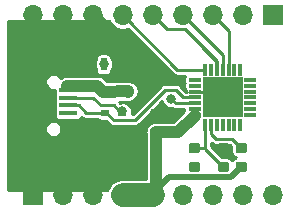
<source format=gbr>
G04 #@! TF.GenerationSoftware,KiCad,Pcbnew,(5.0.2)-1*
G04 #@! TF.CreationDate,2019-10-04T12:42:43+03:00*
G04 #@! TF.ProjectId,Micro-USB-UART,4d696372-6f2d-4555-9342-2d554152542e,rev?*
G04 #@! TF.SameCoordinates,Original*
G04 #@! TF.FileFunction,Copper,L1,Top*
G04 #@! TF.FilePolarity,Positive*
%FSLAX46Y46*%
G04 Gerber Fmt 4.6, Leading zero omitted, Abs format (unit mm)*
G04 Created by KiCad (PCBNEW (5.0.2)-1) date 04.10.2019 12:42:43*
%MOMM*%
%LPD*%
G01*
G04 APERTURE LIST*
G04 #@! TA.AperFunction,Conductor*
%ADD10C,0.100000*%
G04 #@! TD*
G04 #@! TA.AperFunction,SMDPad,CuDef*
%ADD11C,0.875000*%
G04 #@! TD*
G04 #@! TA.AperFunction,SMDPad,CuDef*
%ADD12R,0.500000X1.075000*%
G04 #@! TD*
G04 #@! TA.AperFunction,SMDPad,CuDef*
%ADD13R,0.800000X0.600000*%
G04 #@! TD*
G04 #@! TA.AperFunction,SMDPad,CuDef*
%ADD14R,1.000000X0.300000*%
G04 #@! TD*
G04 #@! TA.AperFunction,SMDPad,CuDef*
%ADD15R,0.300000X1.000000*%
G04 #@! TD*
G04 #@! TA.AperFunction,SMDPad,CuDef*
%ADD16R,3.350000X3.350000*%
G04 #@! TD*
G04 #@! TA.AperFunction,SMDPad,CuDef*
%ADD17R,1.500000X0.400000*%
G04 #@! TD*
G04 #@! TA.AperFunction,SMDPad,CuDef*
%ADD18R,1.400000X1.400000*%
G04 #@! TD*
G04 #@! TA.AperFunction,SMDPad,CuDef*
%ADD19R,1.000000X1.000000*%
G04 #@! TD*
G04 #@! TA.AperFunction,ComponentPad*
%ADD20R,1.700000X1.700000*%
G04 #@! TD*
G04 #@! TA.AperFunction,ComponentPad*
%ADD21O,1.700000X1.700000*%
G04 #@! TD*
G04 #@! TA.AperFunction,ViaPad*
%ADD22C,0.800000*%
G04 #@! TD*
G04 #@! TA.AperFunction,Conductor*
%ADD23C,0.250000*%
G04 #@! TD*
G04 #@! TA.AperFunction,Conductor*
%ADD24C,1.000000*%
G04 #@! TD*
G04 #@! TA.AperFunction,Conductor*
%ADD25C,0.508000*%
G04 #@! TD*
G04 #@! TA.AperFunction,Conductor*
%ADD26C,2.000000*%
G04 #@! TD*
G04 #@! TA.AperFunction,Conductor*
%ADD27C,0.254000*%
G04 #@! TD*
G04 APERTURE END LIST*
D10*
G04 #@! TO.N,GND*
G04 #@! TO.C,C1*
G36*
X87653691Y-114422153D02*
X87674926Y-114425303D01*
X87695750Y-114430519D01*
X87715962Y-114437751D01*
X87735368Y-114446930D01*
X87753781Y-114457966D01*
X87771024Y-114470754D01*
X87786930Y-114485170D01*
X87801346Y-114501076D01*
X87814134Y-114518319D01*
X87825170Y-114536732D01*
X87834349Y-114556138D01*
X87841581Y-114576350D01*
X87846797Y-114597174D01*
X87849947Y-114618409D01*
X87851000Y-114639850D01*
X87851000Y-115077350D01*
X87849947Y-115098791D01*
X87846797Y-115120026D01*
X87841581Y-115140850D01*
X87834349Y-115161062D01*
X87825170Y-115180468D01*
X87814134Y-115198881D01*
X87801346Y-115216124D01*
X87786930Y-115232030D01*
X87771024Y-115246446D01*
X87753781Y-115259234D01*
X87735368Y-115270270D01*
X87715962Y-115279449D01*
X87695750Y-115286681D01*
X87674926Y-115291897D01*
X87653691Y-115295047D01*
X87632250Y-115296100D01*
X87119750Y-115296100D01*
X87098309Y-115295047D01*
X87077074Y-115291897D01*
X87056250Y-115286681D01*
X87036038Y-115279449D01*
X87016632Y-115270270D01*
X86998219Y-115259234D01*
X86980976Y-115246446D01*
X86965070Y-115232030D01*
X86950654Y-115216124D01*
X86937866Y-115198881D01*
X86926830Y-115180468D01*
X86917651Y-115161062D01*
X86910419Y-115140850D01*
X86905203Y-115120026D01*
X86902053Y-115098791D01*
X86901000Y-115077350D01*
X86901000Y-114639850D01*
X86902053Y-114618409D01*
X86905203Y-114597174D01*
X86910419Y-114576350D01*
X86917651Y-114556138D01*
X86926830Y-114536732D01*
X86937866Y-114518319D01*
X86950654Y-114501076D01*
X86965070Y-114485170D01*
X86980976Y-114470754D01*
X86998219Y-114457966D01*
X87016632Y-114446930D01*
X87036038Y-114437751D01*
X87056250Y-114430519D01*
X87077074Y-114425303D01*
X87098309Y-114422153D01*
X87119750Y-114421100D01*
X87632250Y-114421100D01*
X87653691Y-114422153D01*
X87653691Y-114422153D01*
G37*
D11*
G04 #@! TD*
G04 #@! TO.P,C1,2*
G04 #@! TO.N,GND*
X87376000Y-114858600D03*
D10*
G04 #@! TO.N,+3.3V*
G04 #@! TO.C,C1*
G36*
X87653691Y-115997153D02*
X87674926Y-116000303D01*
X87695750Y-116005519D01*
X87715962Y-116012751D01*
X87735368Y-116021930D01*
X87753781Y-116032966D01*
X87771024Y-116045754D01*
X87786930Y-116060170D01*
X87801346Y-116076076D01*
X87814134Y-116093319D01*
X87825170Y-116111732D01*
X87834349Y-116131138D01*
X87841581Y-116151350D01*
X87846797Y-116172174D01*
X87849947Y-116193409D01*
X87851000Y-116214850D01*
X87851000Y-116652350D01*
X87849947Y-116673791D01*
X87846797Y-116695026D01*
X87841581Y-116715850D01*
X87834349Y-116736062D01*
X87825170Y-116755468D01*
X87814134Y-116773881D01*
X87801346Y-116791124D01*
X87786930Y-116807030D01*
X87771024Y-116821446D01*
X87753781Y-116834234D01*
X87735368Y-116845270D01*
X87715962Y-116854449D01*
X87695750Y-116861681D01*
X87674926Y-116866897D01*
X87653691Y-116870047D01*
X87632250Y-116871100D01*
X87119750Y-116871100D01*
X87098309Y-116870047D01*
X87077074Y-116866897D01*
X87056250Y-116861681D01*
X87036038Y-116854449D01*
X87016632Y-116845270D01*
X86998219Y-116834234D01*
X86980976Y-116821446D01*
X86965070Y-116807030D01*
X86950654Y-116791124D01*
X86937866Y-116773881D01*
X86926830Y-116755468D01*
X86917651Y-116736062D01*
X86910419Y-116715850D01*
X86905203Y-116695026D01*
X86902053Y-116673791D01*
X86901000Y-116652350D01*
X86901000Y-116214850D01*
X86902053Y-116193409D01*
X86905203Y-116172174D01*
X86910419Y-116151350D01*
X86917651Y-116131138D01*
X86926830Y-116111732D01*
X86937866Y-116093319D01*
X86950654Y-116076076D01*
X86965070Y-116060170D01*
X86980976Y-116045754D01*
X86998219Y-116032966D01*
X87016632Y-116021930D01*
X87036038Y-116012751D01*
X87056250Y-116005519D01*
X87077074Y-116000303D01*
X87098309Y-115997153D01*
X87119750Y-115996100D01*
X87632250Y-115996100D01*
X87653691Y-115997153D01*
X87653691Y-115997153D01*
G37*
D11*
G04 #@! TD*
G04 #@! TO.P,C1,1*
G04 #@! TO.N,+3.3V*
X87376000Y-116433600D03*
D10*
G04 #@! TO.N,+3.3V*
G04 #@! TO.C,C2*
G36*
X86129691Y-115997153D02*
X86150926Y-116000303D01*
X86171750Y-116005519D01*
X86191962Y-116012751D01*
X86211368Y-116021930D01*
X86229781Y-116032966D01*
X86247024Y-116045754D01*
X86262930Y-116060170D01*
X86277346Y-116076076D01*
X86290134Y-116093319D01*
X86301170Y-116111732D01*
X86310349Y-116131138D01*
X86317581Y-116151350D01*
X86322797Y-116172174D01*
X86325947Y-116193409D01*
X86327000Y-116214850D01*
X86327000Y-116652350D01*
X86325947Y-116673791D01*
X86322797Y-116695026D01*
X86317581Y-116715850D01*
X86310349Y-116736062D01*
X86301170Y-116755468D01*
X86290134Y-116773881D01*
X86277346Y-116791124D01*
X86262930Y-116807030D01*
X86247024Y-116821446D01*
X86229781Y-116834234D01*
X86211368Y-116845270D01*
X86191962Y-116854449D01*
X86171750Y-116861681D01*
X86150926Y-116866897D01*
X86129691Y-116870047D01*
X86108250Y-116871100D01*
X85595750Y-116871100D01*
X85574309Y-116870047D01*
X85553074Y-116866897D01*
X85532250Y-116861681D01*
X85512038Y-116854449D01*
X85492632Y-116845270D01*
X85474219Y-116834234D01*
X85456976Y-116821446D01*
X85441070Y-116807030D01*
X85426654Y-116791124D01*
X85413866Y-116773881D01*
X85402830Y-116755468D01*
X85393651Y-116736062D01*
X85386419Y-116715850D01*
X85381203Y-116695026D01*
X85378053Y-116673791D01*
X85377000Y-116652350D01*
X85377000Y-116214850D01*
X85378053Y-116193409D01*
X85381203Y-116172174D01*
X85386419Y-116151350D01*
X85393651Y-116131138D01*
X85402830Y-116111732D01*
X85413866Y-116093319D01*
X85426654Y-116076076D01*
X85441070Y-116060170D01*
X85456976Y-116045754D01*
X85474219Y-116032966D01*
X85492632Y-116021930D01*
X85512038Y-116012751D01*
X85532250Y-116005519D01*
X85553074Y-116000303D01*
X85574309Y-115997153D01*
X85595750Y-115996100D01*
X86108250Y-115996100D01*
X86129691Y-115997153D01*
X86129691Y-115997153D01*
G37*
D11*
G04 #@! TD*
G04 #@! TO.P,C2,1*
G04 #@! TO.N,+3.3V*
X85852000Y-116433600D03*
D10*
G04 #@! TO.N,GND*
G04 #@! TO.C,C2*
G36*
X86129691Y-114422153D02*
X86150926Y-114425303D01*
X86171750Y-114430519D01*
X86191962Y-114437751D01*
X86211368Y-114446930D01*
X86229781Y-114457966D01*
X86247024Y-114470754D01*
X86262930Y-114485170D01*
X86277346Y-114501076D01*
X86290134Y-114518319D01*
X86301170Y-114536732D01*
X86310349Y-114556138D01*
X86317581Y-114576350D01*
X86322797Y-114597174D01*
X86325947Y-114618409D01*
X86327000Y-114639850D01*
X86327000Y-115077350D01*
X86325947Y-115098791D01*
X86322797Y-115120026D01*
X86317581Y-115140850D01*
X86310349Y-115161062D01*
X86301170Y-115180468D01*
X86290134Y-115198881D01*
X86277346Y-115216124D01*
X86262930Y-115232030D01*
X86247024Y-115246446D01*
X86229781Y-115259234D01*
X86211368Y-115270270D01*
X86191962Y-115279449D01*
X86171750Y-115286681D01*
X86150926Y-115291897D01*
X86129691Y-115295047D01*
X86108250Y-115296100D01*
X85595750Y-115296100D01*
X85574309Y-115295047D01*
X85553074Y-115291897D01*
X85532250Y-115286681D01*
X85512038Y-115279449D01*
X85492632Y-115270270D01*
X85474219Y-115259234D01*
X85456976Y-115246446D01*
X85441070Y-115232030D01*
X85426654Y-115216124D01*
X85413866Y-115198881D01*
X85402830Y-115180468D01*
X85393651Y-115161062D01*
X85386419Y-115140850D01*
X85381203Y-115120026D01*
X85378053Y-115098791D01*
X85377000Y-115077350D01*
X85377000Y-114639850D01*
X85378053Y-114618409D01*
X85381203Y-114597174D01*
X85386419Y-114576350D01*
X85393651Y-114556138D01*
X85402830Y-114536732D01*
X85413866Y-114518319D01*
X85426654Y-114501076D01*
X85441070Y-114485170D01*
X85456976Y-114470754D01*
X85474219Y-114457966D01*
X85492632Y-114446930D01*
X85512038Y-114437751D01*
X85532250Y-114430519D01*
X85553074Y-114425303D01*
X85574309Y-114422153D01*
X85595750Y-114421100D01*
X86108250Y-114421100D01*
X86129691Y-114422153D01*
X86129691Y-114422153D01*
G37*
D11*
G04 #@! TD*
G04 #@! TO.P,C2,2*
G04 #@! TO.N,GND*
X85852000Y-114858600D03*
D12*
G04 #@! TO.P,D1,1*
G04 #@! TO.N,EXT_5V*
X81407000Y-110661500D03*
G04 #@! TO.P,D1,2*
G04 #@! TO.N,VBUS*
X81407000Y-112985500D03*
G04 #@! TD*
D13*
G04 #@! TO.P,D2,1*
G04 #@! TO.N,VBUS*
X83502500Y-112991000D03*
G04 #@! TO.P,D2,2*
G04 #@! TO.N,GND*
X83502500Y-111291000D03*
G04 #@! TD*
G04 #@! TO.P,D3,2*
G04 #@! TO.N,GND*
X81534000Y-116466100D03*
G04 #@! TO.P,D3,1*
G04 #@! TO.N,USB_DP*
X81534000Y-114766100D03*
G04 #@! TD*
G04 #@! TO.P,D4,1*
G04 #@! TO.N,USB_DN*
X82994500Y-114766100D03*
G04 #@! TO.P,D4,2*
G04 #@! TO.N,GND*
X82994500Y-116466100D03*
G04 #@! TD*
D14*
G04 #@! TO.P,IC1,1*
G04 #@! TO.N,N/C*
X89140800Y-111987200D03*
G04 #@! TO.P,IC1,2*
X89140800Y-112487200D03*
G04 #@! TO.P,IC1,3*
G04 #@! TO.N,GND*
X89140800Y-112987200D03*
G04 #@! TO.P,IC1,4*
G04 #@! TO.N,USB_DP*
X89140800Y-113487200D03*
G04 #@! TO.P,IC1,5*
G04 #@! TO.N,USB_DN*
X89140800Y-113987200D03*
G04 #@! TO.P,IC1,6*
G04 #@! TO.N,+3.3V*
X89140800Y-114487200D03*
G04 #@! TO.P,IC1,7*
X89140800Y-114987200D03*
D15*
G04 #@! TO.P,IC1,8*
G04 #@! TO.N,Net-(IC1-Pad8)*
X89990800Y-115837200D03*
G04 #@! TO.P,IC1,9*
G04 #@! TO.N,Net-(IC1-Pad9)*
X90490800Y-115837200D03*
G04 #@! TO.P,IC1,10*
G04 #@! TO.N,N/C*
X90990800Y-115837200D03*
G04 #@! TO.P,IC1,11*
X91490800Y-115837200D03*
G04 #@! TO.P,IC1,12*
X91990800Y-115837200D03*
G04 #@! TO.P,IC1,13*
X92490800Y-115837200D03*
G04 #@! TO.P,IC1,14*
X92990800Y-115837200D03*
D14*
G04 #@! TO.P,IC1,15*
X93840800Y-114987200D03*
G04 #@! TO.P,IC1,16*
X93840800Y-114487200D03*
G04 #@! TO.P,IC1,17*
X93840800Y-113987200D03*
G04 #@! TO.P,IC1,18*
X93840800Y-113487200D03*
G04 #@! TO.P,IC1,19*
X93840800Y-112987200D03*
G04 #@! TO.P,IC1,20*
X93840800Y-112487200D03*
G04 #@! TO.P,IC1,21*
X93840800Y-111987200D03*
D15*
G04 #@! TO.P,IC1,22*
X92990800Y-111137200D03*
G04 #@! TO.P,IC1,23*
X92490800Y-111137200D03*
G04 #@! TO.P,IC1,24*
G04 #@! TO.N,RTS*
X91990800Y-111137200D03*
G04 #@! TO.P,IC1,25*
G04 #@! TO.N,IO1*
X91490800Y-111137200D03*
G04 #@! TO.P,IC1,26*
G04 #@! TO.N,IO3*
X90990800Y-111137200D03*
G04 #@! TO.P,IC1,27*
G04 #@! TO.N,N/C*
X90490800Y-111137200D03*
G04 #@! TO.P,IC1,28*
G04 #@! TO.N,DTR*
X89990800Y-111137200D03*
D16*
G04 #@! TO.P,IC1,29*
G04 #@! TO.N,GND*
X91490800Y-113487200D03*
G04 #@! TD*
D10*
G04 #@! TO.N,Net-(IC1-Pad8)*
G04 #@! TO.C,R1*
G36*
X89380891Y-117343253D02*
X89402126Y-117346403D01*
X89422950Y-117351619D01*
X89443162Y-117358851D01*
X89462568Y-117368030D01*
X89480981Y-117379066D01*
X89498224Y-117391854D01*
X89514130Y-117406270D01*
X89528546Y-117422176D01*
X89541334Y-117439419D01*
X89552370Y-117457832D01*
X89561549Y-117477238D01*
X89568781Y-117497450D01*
X89573997Y-117518274D01*
X89577147Y-117539509D01*
X89578200Y-117560950D01*
X89578200Y-117998450D01*
X89577147Y-118019891D01*
X89573997Y-118041126D01*
X89568781Y-118061950D01*
X89561549Y-118082162D01*
X89552370Y-118101568D01*
X89541334Y-118119981D01*
X89528546Y-118137224D01*
X89514130Y-118153130D01*
X89498224Y-118167546D01*
X89480981Y-118180334D01*
X89462568Y-118191370D01*
X89443162Y-118200549D01*
X89422950Y-118207781D01*
X89402126Y-118212997D01*
X89380891Y-118216147D01*
X89359450Y-118217200D01*
X88846950Y-118217200D01*
X88825509Y-118216147D01*
X88804274Y-118212997D01*
X88783450Y-118207781D01*
X88763238Y-118200549D01*
X88743832Y-118191370D01*
X88725419Y-118180334D01*
X88708176Y-118167546D01*
X88692270Y-118153130D01*
X88677854Y-118137224D01*
X88665066Y-118119981D01*
X88654030Y-118101568D01*
X88644851Y-118082162D01*
X88637619Y-118061950D01*
X88632403Y-118041126D01*
X88629253Y-118019891D01*
X88628200Y-117998450D01*
X88628200Y-117560950D01*
X88629253Y-117539509D01*
X88632403Y-117518274D01*
X88637619Y-117497450D01*
X88644851Y-117477238D01*
X88654030Y-117457832D01*
X88665066Y-117439419D01*
X88677854Y-117422176D01*
X88692270Y-117406270D01*
X88708176Y-117391854D01*
X88725419Y-117379066D01*
X88743832Y-117368030D01*
X88763238Y-117358851D01*
X88783450Y-117351619D01*
X88804274Y-117346403D01*
X88825509Y-117343253D01*
X88846950Y-117342200D01*
X89359450Y-117342200D01*
X89380891Y-117343253D01*
X89380891Y-117343253D01*
G37*
D11*
G04 #@! TD*
G04 #@! TO.P,R1,1*
G04 #@! TO.N,Net-(IC1-Pad8)*
X89103200Y-117779700D03*
D10*
G04 #@! TO.N,EXT_5V*
G04 #@! TO.C,R1*
G36*
X89380891Y-118918253D02*
X89402126Y-118921403D01*
X89422950Y-118926619D01*
X89443162Y-118933851D01*
X89462568Y-118943030D01*
X89480981Y-118954066D01*
X89498224Y-118966854D01*
X89514130Y-118981270D01*
X89528546Y-118997176D01*
X89541334Y-119014419D01*
X89552370Y-119032832D01*
X89561549Y-119052238D01*
X89568781Y-119072450D01*
X89573997Y-119093274D01*
X89577147Y-119114509D01*
X89578200Y-119135950D01*
X89578200Y-119573450D01*
X89577147Y-119594891D01*
X89573997Y-119616126D01*
X89568781Y-119636950D01*
X89561549Y-119657162D01*
X89552370Y-119676568D01*
X89541334Y-119694981D01*
X89528546Y-119712224D01*
X89514130Y-119728130D01*
X89498224Y-119742546D01*
X89480981Y-119755334D01*
X89462568Y-119766370D01*
X89443162Y-119775549D01*
X89422950Y-119782781D01*
X89402126Y-119787997D01*
X89380891Y-119791147D01*
X89359450Y-119792200D01*
X88846950Y-119792200D01*
X88825509Y-119791147D01*
X88804274Y-119787997D01*
X88783450Y-119782781D01*
X88763238Y-119775549D01*
X88743832Y-119766370D01*
X88725419Y-119755334D01*
X88708176Y-119742546D01*
X88692270Y-119728130D01*
X88677854Y-119712224D01*
X88665066Y-119694981D01*
X88654030Y-119676568D01*
X88644851Y-119657162D01*
X88637619Y-119636950D01*
X88632403Y-119616126D01*
X88629253Y-119594891D01*
X88628200Y-119573450D01*
X88628200Y-119135950D01*
X88629253Y-119114509D01*
X88632403Y-119093274D01*
X88637619Y-119072450D01*
X88644851Y-119052238D01*
X88654030Y-119032832D01*
X88665066Y-119014419D01*
X88677854Y-118997176D01*
X88692270Y-118981270D01*
X88708176Y-118966854D01*
X88725419Y-118954066D01*
X88743832Y-118943030D01*
X88763238Y-118933851D01*
X88783450Y-118926619D01*
X88804274Y-118921403D01*
X88825509Y-118918253D01*
X88846950Y-118917200D01*
X89359450Y-118917200D01*
X89380891Y-118918253D01*
X89380891Y-118918253D01*
G37*
D11*
G04 #@! TD*
G04 #@! TO.P,R1,2*
G04 #@! TO.N,EXT_5V*
X89103200Y-119354700D03*
D10*
G04 #@! TO.N,Net-(IC1-Pad9)*
G04 #@! TO.C,R2*
G36*
X93343291Y-117343253D02*
X93364526Y-117346403D01*
X93385350Y-117351619D01*
X93405562Y-117358851D01*
X93424968Y-117368030D01*
X93443381Y-117379066D01*
X93460624Y-117391854D01*
X93476530Y-117406270D01*
X93490946Y-117422176D01*
X93503734Y-117439419D01*
X93514770Y-117457832D01*
X93523949Y-117477238D01*
X93531181Y-117497450D01*
X93536397Y-117518274D01*
X93539547Y-117539509D01*
X93540600Y-117560950D01*
X93540600Y-117998450D01*
X93539547Y-118019891D01*
X93536397Y-118041126D01*
X93531181Y-118061950D01*
X93523949Y-118082162D01*
X93514770Y-118101568D01*
X93503734Y-118119981D01*
X93490946Y-118137224D01*
X93476530Y-118153130D01*
X93460624Y-118167546D01*
X93443381Y-118180334D01*
X93424968Y-118191370D01*
X93405562Y-118200549D01*
X93385350Y-118207781D01*
X93364526Y-118212997D01*
X93343291Y-118216147D01*
X93321850Y-118217200D01*
X92809350Y-118217200D01*
X92787909Y-118216147D01*
X92766674Y-118212997D01*
X92745850Y-118207781D01*
X92725638Y-118200549D01*
X92706232Y-118191370D01*
X92687819Y-118180334D01*
X92670576Y-118167546D01*
X92654670Y-118153130D01*
X92640254Y-118137224D01*
X92627466Y-118119981D01*
X92616430Y-118101568D01*
X92607251Y-118082162D01*
X92600019Y-118061950D01*
X92594803Y-118041126D01*
X92591653Y-118019891D01*
X92590600Y-117998450D01*
X92590600Y-117560950D01*
X92591653Y-117539509D01*
X92594803Y-117518274D01*
X92600019Y-117497450D01*
X92607251Y-117477238D01*
X92616430Y-117457832D01*
X92627466Y-117439419D01*
X92640254Y-117422176D01*
X92654670Y-117406270D01*
X92670576Y-117391854D01*
X92687819Y-117379066D01*
X92706232Y-117368030D01*
X92725638Y-117358851D01*
X92745850Y-117351619D01*
X92766674Y-117346403D01*
X92787909Y-117343253D01*
X92809350Y-117342200D01*
X93321850Y-117342200D01*
X93343291Y-117343253D01*
X93343291Y-117343253D01*
G37*
D11*
G04 #@! TD*
G04 #@! TO.P,R2,1*
G04 #@! TO.N,Net-(IC1-Pad9)*
X93065600Y-117779700D03*
D10*
G04 #@! TO.N,+3.3V*
G04 #@! TO.C,R2*
G36*
X93343291Y-118918253D02*
X93364526Y-118921403D01*
X93385350Y-118926619D01*
X93405562Y-118933851D01*
X93424968Y-118943030D01*
X93443381Y-118954066D01*
X93460624Y-118966854D01*
X93476530Y-118981270D01*
X93490946Y-118997176D01*
X93503734Y-119014419D01*
X93514770Y-119032832D01*
X93523949Y-119052238D01*
X93531181Y-119072450D01*
X93536397Y-119093274D01*
X93539547Y-119114509D01*
X93540600Y-119135950D01*
X93540600Y-119573450D01*
X93539547Y-119594891D01*
X93536397Y-119616126D01*
X93531181Y-119636950D01*
X93523949Y-119657162D01*
X93514770Y-119676568D01*
X93503734Y-119694981D01*
X93490946Y-119712224D01*
X93476530Y-119728130D01*
X93460624Y-119742546D01*
X93443381Y-119755334D01*
X93424968Y-119766370D01*
X93405562Y-119775549D01*
X93385350Y-119782781D01*
X93364526Y-119787997D01*
X93343291Y-119791147D01*
X93321850Y-119792200D01*
X92809350Y-119792200D01*
X92787909Y-119791147D01*
X92766674Y-119787997D01*
X92745850Y-119782781D01*
X92725638Y-119775549D01*
X92706232Y-119766370D01*
X92687819Y-119755334D01*
X92670576Y-119742546D01*
X92654670Y-119728130D01*
X92640254Y-119712224D01*
X92627466Y-119694981D01*
X92616430Y-119676568D01*
X92607251Y-119657162D01*
X92600019Y-119636950D01*
X92594803Y-119616126D01*
X92591653Y-119594891D01*
X92590600Y-119573450D01*
X92590600Y-119135950D01*
X92591653Y-119114509D01*
X92594803Y-119093274D01*
X92600019Y-119072450D01*
X92607251Y-119052238D01*
X92616430Y-119032832D01*
X92627466Y-119014419D01*
X92640254Y-118997176D01*
X92654670Y-118981270D01*
X92670576Y-118966854D01*
X92687819Y-118954066D01*
X92706232Y-118943030D01*
X92725638Y-118933851D01*
X92745850Y-118926619D01*
X92766674Y-118921403D01*
X92787909Y-118918253D01*
X92809350Y-118917200D01*
X93321850Y-118917200D01*
X93343291Y-118918253D01*
X93343291Y-118918253D01*
G37*
D11*
G04 #@! TD*
G04 #@! TO.P,R2,2*
G04 #@! TO.N,+3.3V*
X93065600Y-119354700D03*
D10*
G04 #@! TO.N,Net-(IC1-Pad8)*
G04 #@! TO.C,R3*
G36*
X91819291Y-118918253D02*
X91840526Y-118921403D01*
X91861350Y-118926619D01*
X91881562Y-118933851D01*
X91900968Y-118943030D01*
X91919381Y-118954066D01*
X91936624Y-118966854D01*
X91952530Y-118981270D01*
X91966946Y-118997176D01*
X91979734Y-119014419D01*
X91990770Y-119032832D01*
X91999949Y-119052238D01*
X92007181Y-119072450D01*
X92012397Y-119093274D01*
X92015547Y-119114509D01*
X92016600Y-119135950D01*
X92016600Y-119573450D01*
X92015547Y-119594891D01*
X92012397Y-119616126D01*
X92007181Y-119636950D01*
X91999949Y-119657162D01*
X91990770Y-119676568D01*
X91979734Y-119694981D01*
X91966946Y-119712224D01*
X91952530Y-119728130D01*
X91936624Y-119742546D01*
X91919381Y-119755334D01*
X91900968Y-119766370D01*
X91881562Y-119775549D01*
X91861350Y-119782781D01*
X91840526Y-119787997D01*
X91819291Y-119791147D01*
X91797850Y-119792200D01*
X91285350Y-119792200D01*
X91263909Y-119791147D01*
X91242674Y-119787997D01*
X91221850Y-119782781D01*
X91201638Y-119775549D01*
X91182232Y-119766370D01*
X91163819Y-119755334D01*
X91146576Y-119742546D01*
X91130670Y-119728130D01*
X91116254Y-119712224D01*
X91103466Y-119694981D01*
X91092430Y-119676568D01*
X91083251Y-119657162D01*
X91076019Y-119636950D01*
X91070803Y-119616126D01*
X91067653Y-119594891D01*
X91066600Y-119573450D01*
X91066600Y-119135950D01*
X91067653Y-119114509D01*
X91070803Y-119093274D01*
X91076019Y-119072450D01*
X91083251Y-119052238D01*
X91092430Y-119032832D01*
X91103466Y-119014419D01*
X91116254Y-118997176D01*
X91130670Y-118981270D01*
X91146576Y-118966854D01*
X91163819Y-118954066D01*
X91182232Y-118943030D01*
X91201638Y-118933851D01*
X91221850Y-118926619D01*
X91242674Y-118921403D01*
X91263909Y-118918253D01*
X91285350Y-118917200D01*
X91797850Y-118917200D01*
X91819291Y-118918253D01*
X91819291Y-118918253D01*
G37*
D11*
G04 #@! TD*
G04 #@! TO.P,R3,2*
G04 #@! TO.N,Net-(IC1-Pad8)*
X91541600Y-119354700D03*
D10*
G04 #@! TO.N,GND*
G04 #@! TO.C,R3*
G36*
X91819291Y-117343253D02*
X91840526Y-117346403D01*
X91861350Y-117351619D01*
X91881562Y-117358851D01*
X91900968Y-117368030D01*
X91919381Y-117379066D01*
X91936624Y-117391854D01*
X91952530Y-117406270D01*
X91966946Y-117422176D01*
X91979734Y-117439419D01*
X91990770Y-117457832D01*
X91999949Y-117477238D01*
X92007181Y-117497450D01*
X92012397Y-117518274D01*
X92015547Y-117539509D01*
X92016600Y-117560950D01*
X92016600Y-117998450D01*
X92015547Y-118019891D01*
X92012397Y-118041126D01*
X92007181Y-118061950D01*
X91999949Y-118082162D01*
X91990770Y-118101568D01*
X91979734Y-118119981D01*
X91966946Y-118137224D01*
X91952530Y-118153130D01*
X91936624Y-118167546D01*
X91919381Y-118180334D01*
X91900968Y-118191370D01*
X91881562Y-118200549D01*
X91861350Y-118207781D01*
X91840526Y-118212997D01*
X91819291Y-118216147D01*
X91797850Y-118217200D01*
X91285350Y-118217200D01*
X91263909Y-118216147D01*
X91242674Y-118212997D01*
X91221850Y-118207781D01*
X91201638Y-118200549D01*
X91182232Y-118191370D01*
X91163819Y-118180334D01*
X91146576Y-118167546D01*
X91130670Y-118153130D01*
X91116254Y-118137224D01*
X91103466Y-118119981D01*
X91092430Y-118101568D01*
X91083251Y-118082162D01*
X91076019Y-118061950D01*
X91070803Y-118041126D01*
X91067653Y-118019891D01*
X91066600Y-117998450D01*
X91066600Y-117560950D01*
X91067653Y-117539509D01*
X91070803Y-117518274D01*
X91076019Y-117497450D01*
X91083251Y-117477238D01*
X91092430Y-117457832D01*
X91103466Y-117439419D01*
X91116254Y-117422176D01*
X91130670Y-117406270D01*
X91146576Y-117391854D01*
X91163819Y-117379066D01*
X91182232Y-117368030D01*
X91201638Y-117358851D01*
X91221850Y-117351619D01*
X91242674Y-117346403D01*
X91263909Y-117343253D01*
X91285350Y-117342200D01*
X91797850Y-117342200D01*
X91819291Y-117343253D01*
X91819291Y-117343253D01*
G37*
D11*
G04 #@! TD*
G04 #@! TO.P,R3,1*
G04 #@! TO.N,GND*
X91541600Y-117779700D03*
D17*
G04 #@! TO.P,USB1,1*
G04 #@! TO.N,VBUS*
X78408500Y-112853950D03*
G04 #@! TO.P,USB1,2*
G04 #@! TO.N,USB_DN*
X78408500Y-113503950D03*
G04 #@! TO.P,USB1,3*
G04 #@! TO.N,USB_DP*
X78408500Y-114153950D03*
G04 #@! TO.P,USB1,4*
G04 #@! TO.N,N/C*
X78408500Y-114803950D03*
G04 #@! TO.P,USB1,5*
G04 #@! TO.N,GND*
X78408500Y-115453950D03*
D18*
G04 #@! TO.P,USB1,6*
X77708500Y-110903950D03*
X77708500Y-117403950D03*
X75008500Y-110103950D03*
X75008500Y-118203950D03*
D19*
X73808500Y-112653950D03*
X73808500Y-115678950D03*
G04 #@! TD*
D20*
G04 #@! TO.P,J1,1*
G04 #@! TO.N,GND*
X95758000Y-106527600D03*
D21*
G04 #@! TO.P,J1,2*
X93218000Y-106527600D03*
G04 #@! TO.P,J1,3*
G04 #@! TO.N,RTS*
X90678000Y-106527600D03*
G04 #@! TO.P,J1,4*
G04 #@! TO.N,IO1*
X88138000Y-106527600D03*
G04 #@! TO.P,J1,5*
G04 #@! TO.N,IO3*
X85598000Y-106527600D03*
G04 #@! TO.P,J1,6*
G04 #@! TO.N,DTR*
X83058000Y-106527600D03*
G04 #@! TO.P,J1,7*
G04 #@! TO.N,GND*
X80518000Y-106527600D03*
G04 #@! TO.P,J1,8*
X77978000Y-106527600D03*
G04 #@! TO.P,J1,9*
X75438000Y-106527600D03*
G04 #@! TD*
G04 #@! TO.P,J2,9*
G04 #@! TO.N,GND*
X95758000Y-121754900D03*
G04 #@! TO.P,J2,8*
X93218000Y-121754900D03*
G04 #@! TO.P,J2,7*
G04 #@! TO.N,VBUS*
X90678000Y-121754900D03*
G04 #@! TO.P,J2,6*
G04 #@! TO.N,EXT_5V*
X88138000Y-121754900D03*
G04 #@! TO.P,J2,5*
G04 #@! TO.N,+3.3V*
X85598000Y-121754900D03*
G04 #@! TO.P,J2,4*
X83058000Y-121754900D03*
G04 #@! TO.P,J2,3*
G04 #@! TO.N,GND*
X80518000Y-121754900D03*
G04 #@! TO.P,J2,2*
X77978000Y-121754900D03*
D20*
G04 #@! TO.P,J2,1*
X75438000Y-121754900D03*
G04 #@! TD*
D22*
G04 #@! TO.N,GND*
X87376000Y-114858800D03*
X91541600Y-117805200D03*
X90474800Y-112471200D03*
X92557600Y-112471200D03*
X92506800Y-114503200D03*
X90474800Y-114452400D03*
X83502500Y-111252000D03*
G04 #@! TO.N,EXT_5V*
X89103200Y-119380000D03*
X81432400Y-110642400D03*
G04 #@! TO.N,VBUS*
X83464400Y-112979200D03*
G04 #@! TO.N,USB_DN*
X83007200Y-114666091D03*
X87122000Y-113588800D03*
G04 #@! TD*
D23*
G04 #@! TO.N,GND*
X90990800Y-112987200D02*
X91490800Y-113487200D01*
X89140800Y-112987200D02*
X90990800Y-112987200D01*
D24*
X83502500Y-111291000D02*
X83502500Y-111252000D01*
X83502500Y-109512100D02*
X83502500Y-111252000D01*
X80518000Y-106527600D02*
X83502500Y-109512100D01*
X83502500Y-111252000D02*
X83502500Y-110045500D01*
G04 #@! TO.N,+3.3V*
X87694400Y-116433600D02*
X89115799Y-115012201D01*
X85852000Y-116433600D02*
X87694400Y-116433600D01*
D23*
X89140800Y-114487200D02*
X89140800Y-114987200D01*
D24*
X85852000Y-121361200D02*
X85598000Y-121615200D01*
X85852000Y-116433600D02*
X85852000Y-120040400D01*
X85852000Y-120040400D02*
X85852000Y-121361200D01*
D25*
X86447999Y-120765201D02*
X85598000Y-121615200D01*
X86966990Y-120246210D02*
X86447999Y-120765201D01*
X92174090Y-120246210D02*
X86966990Y-120246210D01*
X93065600Y-119354700D02*
X92174090Y-120246210D01*
D26*
X83058000Y-121754900D02*
X85598000Y-121754900D01*
D24*
G04 #@! TO.N,VBUS*
X81412500Y-112991000D02*
X81407000Y-112985500D01*
X83502500Y-112991000D02*
X83464400Y-112979200D01*
X83464400Y-112979200D02*
X81412500Y-112991000D01*
X81407000Y-112985500D02*
X81337100Y-112985500D01*
X81337100Y-112985500D02*
X80873600Y-112522000D01*
X80873600Y-112522000D02*
X78333600Y-112522000D01*
D23*
G04 #@! TO.N,USB_DP*
X81396850Y-114903250D02*
X81534000Y-114766100D01*
X81534000Y-114766100D02*
X81634000Y-114766100D01*
X81634000Y-114766100D02*
X82259001Y-115391101D01*
X88161990Y-113487200D02*
X88390800Y-113487200D01*
X88390800Y-113487200D02*
X89140800Y-113487200D01*
X87501590Y-112826800D02*
X88161990Y-113487200D01*
X86639805Y-112826800D02*
X87501590Y-112826800D01*
X84075504Y-115391101D02*
X86639805Y-112826800D01*
X82259001Y-115391101D02*
X84075504Y-115391101D01*
X79293502Y-114153950D02*
X78408500Y-114153950D01*
X79905652Y-114766100D02*
X79293502Y-114153950D01*
X81534000Y-114766100D02*
X79905652Y-114766100D01*
G04 #@! TO.N,USB_DN*
X82894500Y-114766100D02*
X82994500Y-114766100D01*
X82269499Y-114141099D02*
X82894500Y-114766100D01*
X89140800Y-113987200D02*
X87571200Y-113987200D01*
X87521999Y-113988799D02*
X87122000Y-113588800D01*
X87569601Y-113988799D02*
X87521999Y-113988799D01*
X87571200Y-113987200D02*
X87569601Y-113988799D01*
X81190097Y-114141099D02*
X82269499Y-114141099D01*
X80552948Y-113503950D02*
X81190097Y-114141099D01*
X78408500Y-113503950D02*
X80552948Y-113503950D01*
G04 #@! TO.N,Net-(IC1-Pad8)*
X89990800Y-117752900D02*
X90017600Y-117779700D01*
X89990800Y-115837200D02*
X89990800Y-117752900D01*
X90017600Y-117830700D02*
X91541600Y-119354700D01*
X90017600Y-117779700D02*
X90017600Y-117830700D01*
X90017600Y-117779700D02*
X89103200Y-117779700D01*
G04 #@! TO.N,Net-(IC1-Pad9)*
X92603988Y-117318088D02*
X93065600Y-117779700D01*
X92303090Y-117017190D02*
X92603988Y-117318088D01*
X90920790Y-117017190D02*
X92303090Y-117017190D01*
X90490800Y-116587200D02*
X90920790Y-117017190D01*
X90490800Y-115837200D02*
X90490800Y-116587200D01*
G04 #@! TO.N,RTS*
X91990800Y-111137200D02*
X91990800Y-108373800D01*
X91990800Y-107840400D02*
X90976410Y-106826010D01*
X91990800Y-111137200D02*
X91990800Y-107840400D01*
G04 #@! TO.N,IO1*
X91490800Y-111137200D02*
X91490800Y-110265787D01*
X91490800Y-109880400D02*
X88436410Y-106826010D01*
X91490800Y-111137200D02*
X91490800Y-109880400D01*
G04 #@! TO.N,IO3*
X90965801Y-110377199D02*
X89777103Y-109188501D01*
X90990800Y-111137200D02*
X90965801Y-111112201D01*
X90965801Y-111112201D02*
X90965801Y-110377199D01*
X86773001Y-107702601D02*
X85896410Y-106826010D01*
X88306201Y-107702601D02*
X86773001Y-107702601D01*
X90990800Y-110387200D02*
X88306201Y-107702601D01*
X90990800Y-111137200D02*
X90990800Y-110387200D01*
G04 #@! TO.N,DTR*
X87667600Y-111137200D02*
X83356410Y-106826010D01*
X89990800Y-111137200D02*
X87667600Y-111137200D01*
G04 #@! TD*
D27*
G04 #@! TO.N,GND*
G36*
X81898424Y-107007912D02*
X82170499Y-107415101D01*
X82577688Y-107687176D01*
X82936761Y-107758600D01*
X83179239Y-107758600D01*
X83508012Y-107693203D01*
X87274563Y-111459755D01*
X87302794Y-111502006D01*
X87470169Y-111613841D01*
X87617765Y-111643200D01*
X87667599Y-111653113D01*
X87717433Y-111643200D01*
X88312202Y-111643200D01*
X88281906Y-111688541D01*
X88252336Y-111837200D01*
X88252336Y-112137200D01*
X88272227Y-112237200D01*
X88252336Y-112337200D01*
X88252336Y-112637200D01*
X88281906Y-112785859D01*
X88366114Y-112911886D01*
X88469850Y-112981200D01*
X88371582Y-112981200D01*
X87894628Y-112504247D01*
X87866396Y-112461994D01*
X87699021Y-112350159D01*
X87551425Y-112320800D01*
X87551424Y-112320800D01*
X87501590Y-112310887D01*
X87451756Y-112320800D01*
X86689638Y-112320800D01*
X86639804Y-112310887D01*
X86589970Y-112320800D01*
X86442374Y-112350159D01*
X86274999Y-112461994D01*
X86246768Y-112504245D01*
X83865913Y-114885101D01*
X83782964Y-114885101D01*
X83782964Y-114834083D01*
X83788200Y-114821442D01*
X83788200Y-114510740D01*
X83782964Y-114498099D01*
X83782964Y-114466100D01*
X83753394Y-114317441D01*
X83669186Y-114191414D01*
X83572262Y-114126652D01*
X83449601Y-114003991D01*
X83162551Y-113885091D01*
X82851849Y-113885091D01*
X82765040Y-113921049D01*
X82708552Y-113864561D01*
X83350044Y-113860872D01*
X83585342Y-113885430D01*
X83921319Y-113785643D01*
X84193535Y-113564879D01*
X84360548Y-113256747D01*
X84396930Y-112908158D01*
X84297143Y-112572180D01*
X84207356Y-112461467D01*
X84177186Y-112416314D01*
X84163110Y-112406909D01*
X84076379Y-112299964D01*
X83846023Y-112175108D01*
X83844904Y-112174761D01*
X83803371Y-112147354D01*
X83678823Y-112123324D01*
X83642158Y-112111968D01*
X83593818Y-112106923D01*
X83546099Y-112097716D01*
X83507716Y-112097937D01*
X83381558Y-112084770D01*
X83333860Y-112098937D01*
X81833287Y-112107566D01*
X81805659Y-112089106D01*
X81657071Y-112059550D01*
X81557917Y-111960396D01*
X81508765Y-111886835D01*
X81217349Y-111692117D01*
X80960367Y-111641000D01*
X80960363Y-111641000D01*
X80873600Y-111623742D01*
X80786837Y-111641000D01*
X78246833Y-111641000D01*
X77989851Y-111692117D01*
X77766209Y-111841550D01*
X77735824Y-111768194D01*
X77544256Y-111576626D01*
X77293959Y-111472950D01*
X77023041Y-111472950D01*
X76772744Y-111576626D01*
X76581176Y-111768194D01*
X76477500Y-112018491D01*
X76477500Y-112289409D01*
X76581176Y-112539706D01*
X76772744Y-112731274D01*
X77023041Y-112834950D01*
X77270036Y-112834950D01*
X77270036Y-113053950D01*
X77294900Y-113178950D01*
X77270036Y-113303950D01*
X77270036Y-113703950D01*
X77294900Y-113828950D01*
X77270036Y-113953950D01*
X77270036Y-114353950D01*
X77294900Y-114478950D01*
X77270036Y-114603950D01*
X77270036Y-115003950D01*
X77299606Y-115152609D01*
X77383814Y-115278636D01*
X77509841Y-115362844D01*
X77658500Y-115392414D01*
X79158500Y-115392414D01*
X79307159Y-115362844D01*
X79433186Y-115278636D01*
X79517394Y-115152609D01*
X79526101Y-115108838D01*
X79540846Y-115130906D01*
X79627104Y-115188541D01*
X79708220Y-115242741D01*
X79905652Y-115282013D01*
X79955487Y-115272100D01*
X80813420Y-115272100D01*
X80859314Y-115340786D01*
X80985341Y-115424994D01*
X81134000Y-115454564D01*
X81606872Y-115454564D01*
X81865964Y-115713656D01*
X81894195Y-115755907D01*
X82061570Y-115867742D01*
X82209166Y-115897101D01*
X82209167Y-115897101D01*
X82259001Y-115907014D01*
X82308835Y-115897101D01*
X84025670Y-115897101D01*
X84075504Y-115907014D01*
X84125338Y-115897101D01*
X84125339Y-115897101D01*
X84272935Y-115867742D01*
X84440310Y-115755907D01*
X84468543Y-115713653D01*
X86369424Y-113812773D01*
X86459900Y-114031201D01*
X86679599Y-114250900D01*
X86966649Y-114369800D01*
X87181431Y-114369800D01*
X87324568Y-114465440D01*
X87472164Y-114494799D01*
X87521998Y-114504712D01*
X87545800Y-114499977D01*
X87569601Y-114504712D01*
X87619435Y-114494799D01*
X87619436Y-114494799D01*
X87627475Y-114493200D01*
X88252336Y-114493200D01*
X88252336Y-114629742D01*
X87329479Y-115552600D01*
X85938767Y-115552600D01*
X85852000Y-115535341D01*
X85765233Y-115552600D01*
X85508251Y-115603717D01*
X85462811Y-115634079D01*
X85363379Y-115653857D01*
X85166385Y-115785485D01*
X85034757Y-115982479D01*
X84988536Y-116214850D01*
X84988536Y-116258674D01*
X84953741Y-116433600D01*
X84971000Y-116520367D01*
X84971001Y-119953629D01*
X84971000Y-119953634D01*
X84971000Y-120373900D01*
X82921986Y-120373900D01*
X82519161Y-120454027D01*
X82062355Y-120759255D01*
X81757127Y-121216061D01*
X81740649Y-121298900D01*
X73354000Y-121298900D01*
X73354000Y-116018491D01*
X76477500Y-116018491D01*
X76477500Y-116289409D01*
X76581176Y-116539706D01*
X76772744Y-116731274D01*
X77023041Y-116834950D01*
X77293959Y-116834950D01*
X77544256Y-116731274D01*
X77735824Y-116539706D01*
X77839500Y-116289409D01*
X77839500Y-116018491D01*
X77735824Y-115768194D01*
X77544256Y-115576626D01*
X77293959Y-115472950D01*
X77023041Y-115472950D01*
X76772744Y-115576626D01*
X76581176Y-115768194D01*
X76477500Y-116018491D01*
X73354000Y-116018491D01*
X73354000Y-110487049D01*
X80651400Y-110487049D01*
X80651400Y-110797751D01*
X80768536Y-111080542D01*
X80768536Y-111199000D01*
X80798106Y-111347659D01*
X80882314Y-111473686D01*
X81008341Y-111557894D01*
X81157000Y-111587464D01*
X81657000Y-111587464D01*
X81805659Y-111557894D01*
X81931686Y-111473686D01*
X82015894Y-111347659D01*
X82045464Y-111199000D01*
X82045464Y-111133837D01*
X82094500Y-111084801D01*
X82213400Y-110797751D01*
X82213400Y-110487049D01*
X82094500Y-110199999D01*
X82045464Y-110150963D01*
X82045464Y-110124000D01*
X82015894Y-109975341D01*
X81931686Y-109849314D01*
X81805659Y-109765106D01*
X81657000Y-109735536D01*
X81157000Y-109735536D01*
X81008341Y-109765106D01*
X80882314Y-109849314D01*
X80798106Y-109975341D01*
X80768536Y-110124000D01*
X80768536Y-110204258D01*
X80651400Y-110487049D01*
X73354000Y-110487049D01*
X73354000Y-106983600D01*
X81893588Y-106983600D01*
X81898424Y-107007912D01*
X81898424Y-107007912D01*
G37*
X81898424Y-107007912D02*
X82170499Y-107415101D01*
X82577688Y-107687176D01*
X82936761Y-107758600D01*
X83179239Y-107758600D01*
X83508012Y-107693203D01*
X87274563Y-111459755D01*
X87302794Y-111502006D01*
X87470169Y-111613841D01*
X87617765Y-111643200D01*
X87667599Y-111653113D01*
X87717433Y-111643200D01*
X88312202Y-111643200D01*
X88281906Y-111688541D01*
X88252336Y-111837200D01*
X88252336Y-112137200D01*
X88272227Y-112237200D01*
X88252336Y-112337200D01*
X88252336Y-112637200D01*
X88281906Y-112785859D01*
X88366114Y-112911886D01*
X88469850Y-112981200D01*
X88371582Y-112981200D01*
X87894628Y-112504247D01*
X87866396Y-112461994D01*
X87699021Y-112350159D01*
X87551425Y-112320800D01*
X87551424Y-112320800D01*
X87501590Y-112310887D01*
X87451756Y-112320800D01*
X86689638Y-112320800D01*
X86639804Y-112310887D01*
X86589970Y-112320800D01*
X86442374Y-112350159D01*
X86274999Y-112461994D01*
X86246768Y-112504245D01*
X83865913Y-114885101D01*
X83782964Y-114885101D01*
X83782964Y-114834083D01*
X83788200Y-114821442D01*
X83788200Y-114510740D01*
X83782964Y-114498099D01*
X83782964Y-114466100D01*
X83753394Y-114317441D01*
X83669186Y-114191414D01*
X83572262Y-114126652D01*
X83449601Y-114003991D01*
X83162551Y-113885091D01*
X82851849Y-113885091D01*
X82765040Y-113921049D01*
X82708552Y-113864561D01*
X83350044Y-113860872D01*
X83585342Y-113885430D01*
X83921319Y-113785643D01*
X84193535Y-113564879D01*
X84360548Y-113256747D01*
X84396930Y-112908158D01*
X84297143Y-112572180D01*
X84207356Y-112461467D01*
X84177186Y-112416314D01*
X84163110Y-112406909D01*
X84076379Y-112299964D01*
X83846023Y-112175108D01*
X83844904Y-112174761D01*
X83803371Y-112147354D01*
X83678823Y-112123324D01*
X83642158Y-112111968D01*
X83593818Y-112106923D01*
X83546099Y-112097716D01*
X83507716Y-112097937D01*
X83381558Y-112084770D01*
X83333860Y-112098937D01*
X81833287Y-112107566D01*
X81805659Y-112089106D01*
X81657071Y-112059550D01*
X81557917Y-111960396D01*
X81508765Y-111886835D01*
X81217349Y-111692117D01*
X80960367Y-111641000D01*
X80960363Y-111641000D01*
X80873600Y-111623742D01*
X80786837Y-111641000D01*
X78246833Y-111641000D01*
X77989851Y-111692117D01*
X77766209Y-111841550D01*
X77735824Y-111768194D01*
X77544256Y-111576626D01*
X77293959Y-111472950D01*
X77023041Y-111472950D01*
X76772744Y-111576626D01*
X76581176Y-111768194D01*
X76477500Y-112018491D01*
X76477500Y-112289409D01*
X76581176Y-112539706D01*
X76772744Y-112731274D01*
X77023041Y-112834950D01*
X77270036Y-112834950D01*
X77270036Y-113053950D01*
X77294900Y-113178950D01*
X77270036Y-113303950D01*
X77270036Y-113703950D01*
X77294900Y-113828950D01*
X77270036Y-113953950D01*
X77270036Y-114353950D01*
X77294900Y-114478950D01*
X77270036Y-114603950D01*
X77270036Y-115003950D01*
X77299606Y-115152609D01*
X77383814Y-115278636D01*
X77509841Y-115362844D01*
X77658500Y-115392414D01*
X79158500Y-115392414D01*
X79307159Y-115362844D01*
X79433186Y-115278636D01*
X79517394Y-115152609D01*
X79526101Y-115108838D01*
X79540846Y-115130906D01*
X79627104Y-115188541D01*
X79708220Y-115242741D01*
X79905652Y-115282013D01*
X79955487Y-115272100D01*
X80813420Y-115272100D01*
X80859314Y-115340786D01*
X80985341Y-115424994D01*
X81134000Y-115454564D01*
X81606872Y-115454564D01*
X81865964Y-115713656D01*
X81894195Y-115755907D01*
X82061570Y-115867742D01*
X82209166Y-115897101D01*
X82209167Y-115897101D01*
X82259001Y-115907014D01*
X82308835Y-115897101D01*
X84025670Y-115897101D01*
X84075504Y-115907014D01*
X84125338Y-115897101D01*
X84125339Y-115897101D01*
X84272935Y-115867742D01*
X84440310Y-115755907D01*
X84468543Y-115713653D01*
X86369424Y-113812773D01*
X86459900Y-114031201D01*
X86679599Y-114250900D01*
X86966649Y-114369800D01*
X87181431Y-114369800D01*
X87324568Y-114465440D01*
X87472164Y-114494799D01*
X87521998Y-114504712D01*
X87545800Y-114499977D01*
X87569601Y-114504712D01*
X87619435Y-114494799D01*
X87619436Y-114494799D01*
X87627475Y-114493200D01*
X88252336Y-114493200D01*
X88252336Y-114629742D01*
X87329479Y-115552600D01*
X85938767Y-115552600D01*
X85852000Y-115535341D01*
X85765233Y-115552600D01*
X85508251Y-115603717D01*
X85462811Y-115634079D01*
X85363379Y-115653857D01*
X85166385Y-115785485D01*
X85034757Y-115982479D01*
X84988536Y-116214850D01*
X84988536Y-116258674D01*
X84953741Y-116433600D01*
X84971000Y-116520367D01*
X84971001Y-119953629D01*
X84971000Y-119953634D01*
X84971000Y-120373900D01*
X82921986Y-120373900D01*
X82519161Y-120454027D01*
X82062355Y-120759255D01*
X81757127Y-121216061D01*
X81740649Y-121298900D01*
X73354000Y-121298900D01*
X73354000Y-116018491D01*
X76477500Y-116018491D01*
X76477500Y-116289409D01*
X76581176Y-116539706D01*
X76772744Y-116731274D01*
X77023041Y-116834950D01*
X77293959Y-116834950D01*
X77544256Y-116731274D01*
X77735824Y-116539706D01*
X77839500Y-116289409D01*
X77839500Y-116018491D01*
X77735824Y-115768194D01*
X77544256Y-115576626D01*
X77293959Y-115472950D01*
X77023041Y-115472950D01*
X76772744Y-115576626D01*
X76581176Y-115768194D01*
X76477500Y-116018491D01*
X73354000Y-116018491D01*
X73354000Y-110487049D01*
X80651400Y-110487049D01*
X80651400Y-110797751D01*
X80768536Y-111080542D01*
X80768536Y-111199000D01*
X80798106Y-111347659D01*
X80882314Y-111473686D01*
X81008341Y-111557894D01*
X81157000Y-111587464D01*
X81657000Y-111587464D01*
X81805659Y-111557894D01*
X81931686Y-111473686D01*
X82015894Y-111347659D01*
X82045464Y-111199000D01*
X82045464Y-111133837D01*
X82094500Y-111084801D01*
X82213400Y-110797751D01*
X82213400Y-110487049D01*
X82094500Y-110199999D01*
X82045464Y-110150963D01*
X82045464Y-110124000D01*
X82015894Y-109975341D01*
X81931686Y-109849314D01*
X81805659Y-109765106D01*
X81657000Y-109735536D01*
X81157000Y-109735536D01*
X81008341Y-109765106D01*
X80882314Y-109849314D01*
X80798106Y-109975341D01*
X80768536Y-110124000D01*
X80768536Y-110204258D01*
X80651400Y-110487049D01*
X73354000Y-110487049D01*
X73354000Y-106983600D01*
X81893588Y-106983600D01*
X81898424Y-107007912D01*
G36*
X90527753Y-117339745D02*
X90555984Y-117381996D01*
X90668449Y-117457142D01*
X90723358Y-117493831D01*
X90920790Y-117533103D01*
X90970625Y-117523190D01*
X92093499Y-117523190D01*
X92202136Y-117631827D01*
X92202136Y-117998450D01*
X92248357Y-118230821D01*
X92379985Y-118427815D01*
X92576979Y-118559443D01*
X92615976Y-118567200D01*
X92576979Y-118574957D01*
X92379985Y-118706585D01*
X92303600Y-118820903D01*
X92227215Y-118706585D01*
X92030221Y-118574957D01*
X91797850Y-118528736D01*
X91431228Y-118528736D01*
X90496800Y-117594309D01*
X90496800Y-117308792D01*
X90527753Y-117339745D01*
X90527753Y-117339745D01*
G37*
X90527753Y-117339745D02*
X90555984Y-117381996D01*
X90668449Y-117457142D01*
X90723358Y-117493831D01*
X90920790Y-117533103D01*
X90970625Y-117523190D01*
X92093499Y-117523190D01*
X92202136Y-117631827D01*
X92202136Y-117998450D01*
X92248357Y-118230821D01*
X92379985Y-118427815D01*
X92576979Y-118559443D01*
X92615976Y-118567200D01*
X92576979Y-118574957D01*
X92379985Y-118706585D01*
X92303600Y-118820903D01*
X92227215Y-118706585D01*
X92030221Y-118574957D01*
X91797850Y-118528736D01*
X91431228Y-118528736D01*
X90496800Y-117594309D01*
X90496800Y-117308792D01*
X90527753Y-117339745D01*
G36*
X92840800Y-112025664D02*
X92952336Y-112025664D01*
X92952336Y-112137200D01*
X92972227Y-112237200D01*
X92952336Y-112337200D01*
X92952336Y-112637200D01*
X92972227Y-112737200D01*
X92952336Y-112837200D01*
X92952336Y-113137200D01*
X92972227Y-113237200D01*
X92952336Y-113337200D01*
X92952336Y-113637200D01*
X92972227Y-113737200D01*
X92952336Y-113837200D01*
X92952336Y-114137200D01*
X92972227Y-114237200D01*
X92952336Y-114337200D01*
X92952336Y-114637200D01*
X92972227Y-114737200D01*
X92952336Y-114837200D01*
X92952336Y-114948736D01*
X92840800Y-114948736D01*
X92740800Y-114968627D01*
X92640800Y-114948736D01*
X92340800Y-114948736D01*
X92240800Y-114968627D01*
X92140800Y-114948736D01*
X91840800Y-114948736D01*
X91740800Y-114968627D01*
X91640800Y-114948736D01*
X91340800Y-114948736D01*
X91240800Y-114968627D01*
X91140800Y-114948736D01*
X90840800Y-114948736D01*
X90740800Y-114968627D01*
X90640800Y-114948736D01*
X90340800Y-114948736D01*
X90240800Y-114968627D01*
X90140800Y-114948736D01*
X90029264Y-114948736D01*
X90029264Y-114837200D01*
X90009373Y-114737200D01*
X90029264Y-114637200D01*
X90029264Y-114337200D01*
X90009373Y-114237200D01*
X90029264Y-114137200D01*
X90029264Y-113837200D01*
X90009373Y-113737200D01*
X90029264Y-113637200D01*
X90029264Y-113337200D01*
X89999694Y-113188541D01*
X89915486Y-113062514D01*
X89802770Y-112987200D01*
X89915486Y-112911886D01*
X89999694Y-112785859D01*
X90029264Y-112637200D01*
X90029264Y-112337200D01*
X90009373Y-112237200D01*
X90029264Y-112137200D01*
X90029264Y-112025664D01*
X90140800Y-112025664D01*
X90240800Y-112005773D01*
X90340800Y-112025664D01*
X90640800Y-112025664D01*
X90740800Y-112005773D01*
X90840800Y-112025664D01*
X91140800Y-112025664D01*
X91240800Y-112005773D01*
X91340800Y-112025664D01*
X91640800Y-112025664D01*
X91740800Y-112005773D01*
X91840800Y-112025664D01*
X92140800Y-112025664D01*
X92240800Y-112005773D01*
X92340800Y-112025664D01*
X92640800Y-112025664D01*
X92740800Y-112005773D01*
X92840800Y-112025664D01*
X92840800Y-112025664D01*
G37*
X92840800Y-112025664D02*
X92952336Y-112025664D01*
X92952336Y-112137200D01*
X92972227Y-112237200D01*
X92952336Y-112337200D01*
X92952336Y-112637200D01*
X92972227Y-112737200D01*
X92952336Y-112837200D01*
X92952336Y-113137200D01*
X92972227Y-113237200D01*
X92952336Y-113337200D01*
X92952336Y-113637200D01*
X92972227Y-113737200D01*
X92952336Y-113837200D01*
X92952336Y-114137200D01*
X92972227Y-114237200D01*
X92952336Y-114337200D01*
X92952336Y-114637200D01*
X92972227Y-114737200D01*
X92952336Y-114837200D01*
X92952336Y-114948736D01*
X92840800Y-114948736D01*
X92740800Y-114968627D01*
X92640800Y-114948736D01*
X92340800Y-114948736D01*
X92240800Y-114968627D01*
X92140800Y-114948736D01*
X91840800Y-114948736D01*
X91740800Y-114968627D01*
X91640800Y-114948736D01*
X91340800Y-114948736D01*
X91240800Y-114968627D01*
X91140800Y-114948736D01*
X90840800Y-114948736D01*
X90740800Y-114968627D01*
X90640800Y-114948736D01*
X90340800Y-114948736D01*
X90240800Y-114968627D01*
X90140800Y-114948736D01*
X90029264Y-114948736D01*
X90029264Y-114837200D01*
X90009373Y-114737200D01*
X90029264Y-114637200D01*
X90029264Y-114337200D01*
X90009373Y-114237200D01*
X90029264Y-114137200D01*
X90029264Y-113837200D01*
X90009373Y-113737200D01*
X90029264Y-113637200D01*
X90029264Y-113337200D01*
X89999694Y-113188541D01*
X89915486Y-113062514D01*
X89802770Y-112987200D01*
X89915486Y-112911886D01*
X89999694Y-112785859D01*
X90029264Y-112637200D01*
X90029264Y-112337200D01*
X90009373Y-112237200D01*
X90029264Y-112137200D01*
X90029264Y-112025664D01*
X90140800Y-112025664D01*
X90240800Y-112005773D01*
X90340800Y-112025664D01*
X90640800Y-112025664D01*
X90740800Y-112005773D01*
X90840800Y-112025664D01*
X91140800Y-112025664D01*
X91240800Y-112005773D01*
X91340800Y-112025664D01*
X91640800Y-112025664D01*
X91740800Y-112005773D01*
X91840800Y-112025664D01*
X92140800Y-112025664D01*
X92240800Y-112005773D01*
X92340800Y-112025664D01*
X92640800Y-112025664D01*
X92740800Y-112005773D01*
X92840800Y-112025664D01*
G04 #@! TD*
M02*

</source>
